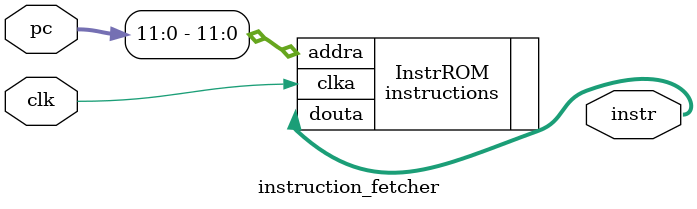
<source format=v>
`timescale 1ns / 1ps

module instruction_fetcher(
    input [31:0] pc,
    input clk,
    output [31:0] instr
    );

    instructions InstrROM (.clka(clk), .addra(pc[11:0]), .douta(instr));

endmodule
</source>
